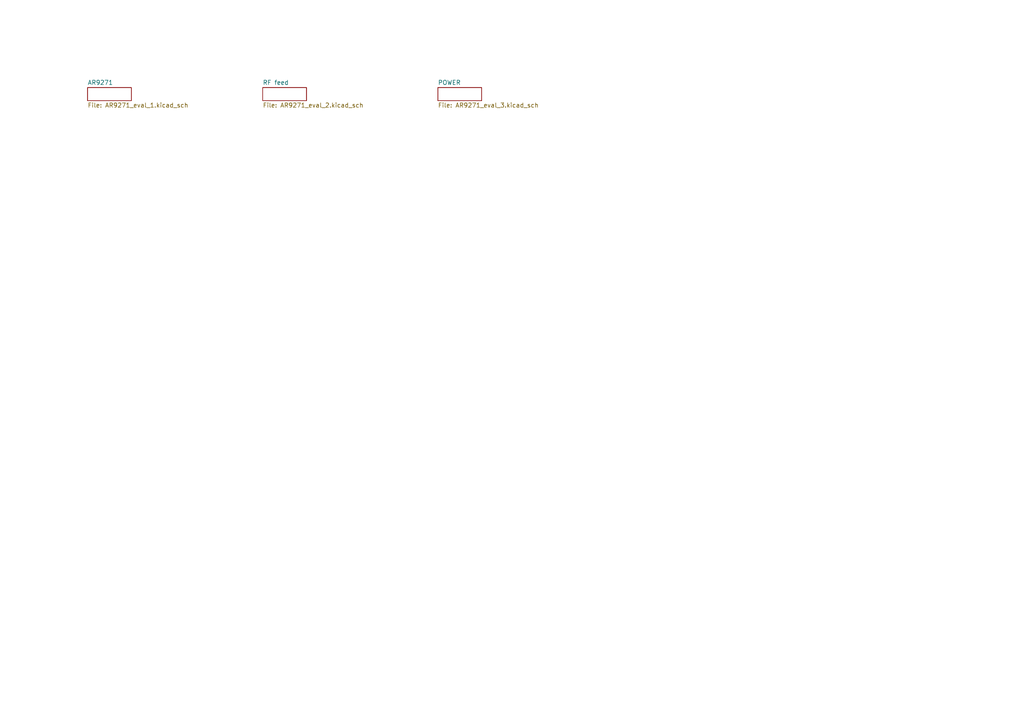
<source format=kicad_sch>
(kicad_sch
	(version 20250114)
	(generator "eeschema")
	(generator_version "9.0")
	(uuid "dcbfb592-0fe2-46a8-85d7-21d08735fc89")
	(paper "A4")
	(lib_symbols)
	(sheet
		(at 76.2 25.4)
		(size 12.7 3.81)
		(exclude_from_sim no)
		(in_bom yes)
		(on_board yes)
		(dnp no)
		(fields_autoplaced yes)
		(stroke
			(width 0)
			(type solid)
		)
		(fill
			(color 0 0 0 0.0000)
		)
		(uuid "1e2942d4-162a-402c-9308-bfc4bcbe552e")
		(property "Sheetname" "RF feed"
			(at 76.2 24.6884 0)
			(effects
				(font
					(size 1.27 1.27)
				)
				(justify left bottom)
			)
		)
		(property "Sheetfile" "AR9271_eval_2.kicad_sch"
			(at 76.2 29.7946 0)
			(effects
				(font
					(size 1.27 1.27)
				)
				(justify left top)
			)
		)
		(instances
			(project "AR9271_eval"
				(path "/dcbfb592-0fe2-46a8-85d7-21d08735fc89"
					(page "2")
				)
			)
		)
	)
	(sheet
		(at 25.4 25.4)
		(size 12.7 3.81)
		(exclude_from_sim no)
		(in_bom yes)
		(on_board yes)
		(dnp no)
		(fields_autoplaced yes)
		(stroke
			(width 0)
			(type solid)
		)
		(fill
			(color 0 0 0 0.0000)
		)
		(uuid "8fdb4939-b975-4b90-a841-777dc54aee76")
		(property "Sheetname" "AR9271"
			(at 25.4 24.6884 0)
			(effects
				(font
					(size 1.27 1.27)
				)
				(justify left bottom)
			)
		)
		(property "Sheetfile" "AR9271_eval_1.kicad_sch"
			(at 25.4 29.7946 0)
			(effects
				(font
					(size 1.27 1.27)
				)
				(justify left top)
			)
		)
		(instances
			(project "AR9271_eval"
				(path "/dcbfb592-0fe2-46a8-85d7-21d08735fc89"
					(page "1")
				)
			)
		)
	)
	(sheet
		(at 127 25.4)
		(size 12.7 3.81)
		(exclude_from_sim no)
		(in_bom yes)
		(on_board yes)
		(dnp no)
		(fields_autoplaced yes)
		(stroke
			(width 0)
			(type solid)
		)
		(fill
			(color 0 0 0 0.0000)
		)
		(uuid "b3053740-b4c7-440c-9496-1d034dd0dae8")
		(property "Sheetname" "POWER"
			(at 127 24.6884 0)
			(effects
				(font
					(size 1.27 1.27)
				)
				(justify left bottom)
			)
		)
		(property "Sheetfile" "AR9271_eval_3.kicad_sch"
			(at 127 29.7946 0)
			(effects
				(font
					(size 1.27 1.27)
				)
				(justify left top)
			)
		)
		(instances
			(project "AR9271_eval"
				(path "/dcbfb592-0fe2-46a8-85d7-21d08735fc89"
					(page "3")
				)
			)
		)
	)
	(sheet_instances
		(path "/"
			(page "1")
		)
	)
	(embedded_fonts no)
)

</source>
